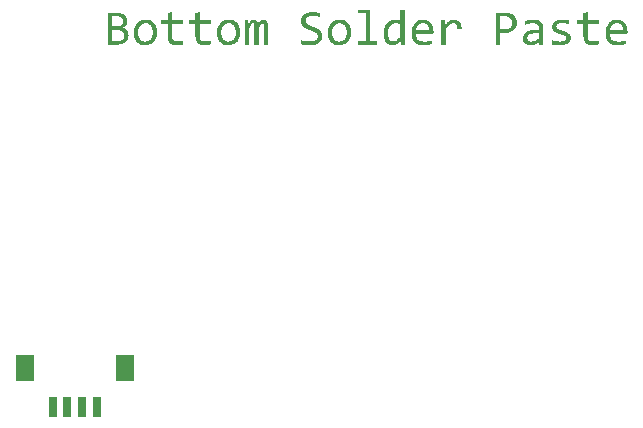
<source format=gbp>
G04*
G04 #@! TF.GenerationSoftware,Altium Limited,Altium Designer,19.1.7 (138)*
G04*
G04 Layer_Color=128*
%FSLAX25Y25*%
%MOIN*%
G70*
G01*
G75*
%ADD30R,0.06299X0.08661*%
%ADD31R,0.02756X0.07087*%
G36*
X37544Y260425D02*
X37763Y260407D01*
X37872D01*
X37963Y260389D01*
X38164Y260371D01*
X38400Y260334D01*
X38455D01*
X38528Y260316D01*
X38601D01*
X38801Y260279D01*
X39038Y260243D01*
X39093D01*
X39166Y260225D01*
X39239Y260207D01*
X39439Y260170D01*
X39639Y260134D01*
Y258822D01*
X39603D01*
X39530Y258858D01*
X39402Y258876D01*
X39239Y258913D01*
X39056Y258949D01*
X38838Y259004D01*
X38364Y259077D01*
X38346D01*
X38255Y259095D01*
X38145Y259113D01*
X37981Y259132D01*
X37799Y259150D01*
X37580Y259168D01*
X37143Y259186D01*
X36943D01*
X36724Y259168D01*
X36451Y259132D01*
X36141Y259077D01*
X35831Y259004D01*
X35558Y258895D01*
X35303Y258749D01*
X35285Y258731D01*
X35212Y258676D01*
X35121Y258585D01*
X35012Y258457D01*
X34902Y258294D01*
X34811Y258093D01*
X34738Y257874D01*
X34720Y257619D01*
Y257601D01*
Y257546D01*
X34738Y257474D01*
X34756Y257364D01*
X34829Y257127D01*
X34884Y257000D01*
X34957Y256872D01*
X34975Y256854D01*
X34993Y256818D01*
X35048Y256763D01*
X35121Y256690D01*
X35321Y256508D01*
X35576Y256308D01*
X35594Y256289D01*
X35649Y256271D01*
X35722Y256216D01*
X35850Y256162D01*
X35977Y256089D01*
X36123Y256016D01*
X36487Y255870D01*
X36505D01*
X36578Y255834D01*
X36669Y255797D01*
X36815Y255743D01*
X36961Y255688D01*
X37125Y255615D01*
X37508Y255451D01*
X37526D01*
X37599Y255415D01*
X37708Y255378D01*
X37836Y255324D01*
X38000Y255251D01*
X38164Y255178D01*
X38546Y254996D01*
X38564Y254977D01*
X38637Y254959D01*
X38728Y254905D01*
X38856Y254832D01*
X39147Y254631D01*
X39439Y254394D01*
X39457Y254376D01*
X39512Y254340D01*
X39585Y254267D01*
X39676Y254158D01*
X39767Y254048D01*
X39876Y253903D01*
X40077Y253574D01*
X40095Y253556D01*
X40113Y253483D01*
X40150Y253392D01*
X40204Y253265D01*
X40259Y253101D01*
X40295Y252900D01*
X40314Y252700D01*
X40332Y252463D01*
Y252427D01*
Y252336D01*
X40314Y252190D01*
X40295Y252008D01*
X40259Y251807D01*
X40186Y251570D01*
X40113Y251333D01*
X40004Y251115D01*
X39986Y251097D01*
X39949Y251024D01*
X39876Y250914D01*
X39785Y250787D01*
X39658Y250641D01*
X39512Y250477D01*
X39330Y250313D01*
X39129Y250167D01*
X39111Y250149D01*
X39038Y250113D01*
X38911Y250040D01*
X38765Y249949D01*
X38564Y249858D01*
X38346Y249767D01*
X38091Y249675D01*
X37799Y249603D01*
X37763D01*
X37672Y249566D01*
X37508Y249548D01*
X37289Y249512D01*
X37034Y249475D01*
X36742Y249457D01*
X36414Y249420D01*
X35813D01*
X35667Y249439D01*
X35540D01*
X35212Y249457D01*
X35139D01*
X35066Y249475D01*
X34957D01*
X34702Y249512D01*
X34410Y249548D01*
X34337D01*
X34264Y249566D01*
X34173D01*
X33937Y249603D01*
X33681Y249639D01*
X33663D01*
X33627Y249657D01*
X33554Y249675D01*
X33481Y249694D01*
X33281Y249748D01*
X33062Y249803D01*
Y251206D01*
X33098Y251188D01*
X33171Y251169D01*
X33299Y251133D01*
X33463Y251078D01*
X33663Y251006D01*
X33900Y250951D01*
X34155Y250896D01*
X34429Y250841D01*
X34465D01*
X34556Y250823D01*
X34720Y250805D01*
X34939Y250787D01*
X35194Y250750D01*
X35485Y250732D01*
X35813Y250714D01*
X36433D01*
X36597Y250732D01*
X36779D01*
X36979Y250769D01*
X37180Y250787D01*
X37380Y250823D01*
X37398D01*
X37471Y250841D01*
X37544Y250878D01*
X37672Y250896D01*
X37927Y251006D01*
X38182Y251133D01*
X38200Y251151D01*
X38236Y251169D01*
X38291Y251224D01*
X38364Y251279D01*
X38528Y251443D01*
X38655Y251661D01*
Y251680D01*
X38674Y251716D01*
X38710Y251789D01*
X38728Y251880D01*
X38765Y251989D01*
X38783Y252117D01*
X38801Y252390D01*
Y252408D01*
Y252463D01*
X38783Y252536D01*
X38765Y252645D01*
X38692Y252882D01*
X38637Y252992D01*
X38546Y253119D01*
X38528Y253137D01*
X38510Y253174D01*
X38455Y253228D01*
X38382Y253301D01*
X38291Y253392D01*
X38182Y253483D01*
X37909Y253666D01*
X37890Y253684D01*
X37836Y253702D01*
X37763Y253757D01*
X37653Y253811D01*
X37526Y253884D01*
X37380Y253957D01*
X37016Y254121D01*
X36998Y254139D01*
X36925Y254158D01*
X36834Y254194D01*
X36688Y254249D01*
X36542Y254303D01*
X36360Y254376D01*
X35977Y254522D01*
X35959Y254540D01*
X35886Y254558D01*
X35795Y254613D01*
X35667Y254668D01*
X35503Y254741D01*
X35339Y254814D01*
X34957Y254996D01*
X34939Y255014D01*
X34866Y255050D01*
X34775Y255087D01*
X34647Y255160D01*
X34520Y255251D01*
X34356Y255342D01*
X34046Y255579D01*
X34028Y255597D01*
X33991Y255633D01*
X33918Y255706D01*
X33827Y255816D01*
X33736Y255925D01*
X33627Y256071D01*
X33426Y256380D01*
X33408Y256399D01*
X33390Y256471D01*
X33353Y256563D01*
X33317Y256690D01*
X33262Y256854D01*
X33226Y257036D01*
X33208Y257255D01*
X33189Y257474D01*
Y257492D01*
Y257565D01*
X33208Y257674D01*
X33226Y257820D01*
X33244Y257984D01*
X33281Y258166D01*
X33335Y258366D01*
X33408Y258567D01*
X33426Y258585D01*
X33445Y258658D01*
X33518Y258749D01*
X33590Y258876D01*
X33681Y259022D01*
X33809Y259186D01*
X33955Y259350D01*
X34119Y259514D01*
X34137Y259532D01*
X34210Y259587D01*
X34319Y259660D01*
X34465Y259751D01*
X34629Y259860D01*
X34848Y259970D01*
X35084Y260079D01*
X35358Y260188D01*
X35394Y260207D01*
X35503Y260225D01*
X35649Y260261D01*
X35868Y260316D01*
X36141Y260371D01*
X36451Y260407D01*
X36797Y260425D01*
X37180Y260443D01*
X37362D01*
X37544Y260425D01*
D02*
G37*
G36*
X67753Y249566D02*
X66459D01*
X66405Y251115D01*
Y251097D01*
X66386Y251078D01*
X66295Y250969D01*
X66186Y250823D01*
X66022Y250623D01*
X65821Y250423D01*
X65603Y250204D01*
X65366Y250003D01*
X65111Y249821D01*
X65074Y249803D01*
X64983Y249767D01*
X64856Y249694D01*
X64655Y249621D01*
X64437Y249548D01*
X64182Y249475D01*
X63908Y249439D01*
X63599Y249420D01*
X63489D01*
X63344Y249439D01*
X63180Y249457D01*
X62997Y249493D01*
X62779Y249548D01*
X62578Y249621D01*
X62360Y249712D01*
X62341Y249730D01*
X62269Y249767D01*
X62177Y249839D01*
X62050Y249931D01*
X61904Y250040D01*
X61759Y250186D01*
X61613Y250350D01*
X61467Y250532D01*
X61449Y250550D01*
X61412Y250623D01*
X61339Y250750D01*
X61266Y250896D01*
X61175Y251097D01*
X61084Y251315D01*
X60993Y251552D01*
X60920Y251825D01*
Y251862D01*
X60902Y251953D01*
X60866Y252117D01*
X60848Y252317D01*
X60811Y252572D01*
X60775Y252864D01*
X60756Y253174D01*
Y253502D01*
Y253520D01*
Y253556D01*
Y253611D01*
Y253684D01*
X60775Y253866D01*
X60793Y254121D01*
X60829Y254413D01*
X60866Y254722D01*
X60939Y255050D01*
X61030Y255360D01*
Y255378D01*
X61048Y255397D01*
X61084Y255506D01*
X61157Y255652D01*
X61248Y255834D01*
X61358Y256052D01*
X61503Y256289D01*
X61667Y256526D01*
X61850Y256745D01*
X61868Y256763D01*
X61941Y256836D01*
X62050Y256945D01*
X62214Y257073D01*
X62396Y257200D01*
X62615Y257346D01*
X62852Y257474D01*
X63125Y257601D01*
X63161Y257619D01*
X63253Y257656D01*
X63416Y257692D01*
X63617Y257747D01*
X63854Y257802D01*
X64145Y257856D01*
X64455Y257874D01*
X64783Y257893D01*
X65020D01*
X65275Y257874D01*
X65548Y257838D01*
X65566D01*
X65621Y257820D01*
X65694D01*
X65785Y257802D01*
X66040Y257747D01*
X66313Y257674D01*
Y261154D01*
X67753D01*
Y249566D01*
D02*
G37*
G36*
X120737Y257929D02*
X120919D01*
X121338Y257893D01*
X121356D01*
X121447Y257874D01*
X121556D01*
X121721Y257856D01*
X121903Y257820D01*
X122103Y257802D01*
X122340Y257747D01*
X122577Y257711D01*
Y256435D01*
X122540D01*
X122468Y256471D01*
X122340Y256490D01*
X122158Y256526D01*
X121976Y256563D01*
X121757Y256599D01*
X121301Y256672D01*
X121283D01*
X121192Y256690D01*
X121083Y256708D01*
X120937Y256727D01*
X120773D01*
X120609Y256745D01*
X120245Y256763D01*
X120062D01*
X119935Y256745D01*
X119643Y256727D01*
X119352Y256672D01*
X119334D01*
X119297Y256654D01*
X119224Y256635D01*
X119133Y256617D01*
X118951Y256526D01*
X118751Y256435D01*
X118714Y256417D01*
X118623Y256344D01*
X118532Y256235D01*
X118441Y256107D01*
X118423Y256071D01*
X118404Y255980D01*
X118368Y255852D01*
X118350Y255688D01*
Y255670D01*
Y255652D01*
X118368Y255560D01*
X118386Y255433D01*
X118423Y255287D01*
X118441Y255251D01*
X118496Y255178D01*
X118605Y255069D01*
X118751Y254941D01*
X118769D01*
X118787Y254905D01*
X118842Y254886D01*
X118915Y254832D01*
X119024Y254777D01*
X119133Y254722D01*
X119261Y254668D01*
X119406Y254595D01*
X119425D01*
X119479Y254558D01*
X119571Y254540D01*
X119698Y254486D01*
X119862Y254431D01*
X120044Y254376D01*
X120245Y254322D01*
X120482Y254249D01*
X120518Y254230D01*
X120609Y254212D01*
X120737Y254176D01*
X120919Y254103D01*
X121119Y254048D01*
X121320Y253957D01*
X121520Y253884D01*
X121721Y253793D01*
X121739Y253775D01*
X121812Y253757D01*
X121885Y253702D01*
X122012Y253647D01*
X122267Y253465D01*
X122522Y253265D01*
X122540Y253247D01*
X122577Y253210D01*
X122632Y253155D01*
X122704Y253083D01*
X122850Y252882D01*
X122923Y252755D01*
X122978Y252627D01*
Y252609D01*
X122996Y252572D01*
X123032Y252481D01*
X123050Y252390D01*
X123087Y252263D01*
X123105Y252135D01*
X123123Y251807D01*
Y251789D01*
Y251734D01*
Y251643D01*
X123105Y251552D01*
X123050Y251297D01*
X122959Y251024D01*
Y251006D01*
X122941Y250969D01*
X122905Y250896D01*
X122850Y250823D01*
X122723Y250623D01*
X122559Y250404D01*
X122540Y250386D01*
X122522Y250368D01*
X122468Y250313D01*
X122395Y250258D01*
X122194Y250113D01*
X121957Y249949D01*
X121939D01*
X121903Y249912D01*
X121830Y249894D01*
X121739Y249839D01*
X121520Y249748D01*
X121247Y249657D01*
X121229D01*
X121192Y249639D01*
X121101Y249621D01*
X121010Y249603D01*
X120901Y249566D01*
X120755Y249548D01*
X120463Y249493D01*
X120445D01*
X120390Y249475D01*
X120318D01*
X120208Y249457D01*
X119971Y249439D01*
X119680Y249420D01*
X119370D01*
X119170Y249439D01*
X118933D01*
X118678Y249457D01*
X118131Y249493D01*
X118095D01*
X118022Y249512D01*
X117876Y249530D01*
X117712Y249548D01*
X117493Y249584D01*
X117275Y249621D01*
X116783Y249730D01*
Y251042D01*
X116819D01*
X116910Y251006D01*
X117038Y250969D01*
X117220Y250914D01*
X117439Y250860D01*
X117676Y250805D01*
X118204Y250714D01*
X118240D01*
X118332Y250696D01*
X118459Y250678D01*
X118641D01*
X118860Y250659D01*
X119097Y250641D01*
X119625Y250623D01*
X119789D01*
X119971Y250641D01*
X120190Y250659D01*
X120445Y250696D01*
X120700Y250732D01*
X120937Y250805D01*
X121137Y250896D01*
X121156Y250914D01*
X121210Y250951D01*
X121301Y251006D01*
X121393Y251097D01*
X121484Y251206D01*
X121575Y251352D01*
X121629Y251516D01*
X121648Y251698D01*
Y251716D01*
Y251734D01*
X121629Y251825D01*
X121611Y251953D01*
X121556Y252080D01*
X121538Y252117D01*
X121502Y252190D01*
X121411Y252299D01*
X121265Y252427D01*
X121229Y252463D01*
X121174Y252481D01*
X121119Y252536D01*
X121028Y252572D01*
X120919Y252627D01*
X120773Y252700D01*
X120627Y252755D01*
X120609D01*
X120554Y252791D01*
X120463Y252828D01*
X120318Y252882D01*
X120154Y252937D01*
X119953Y253010D01*
X119735Y253083D01*
X119461Y253155D01*
X119443D01*
X119370Y253192D01*
X119261Y253210D01*
X119133Y253265D01*
X118969Y253320D01*
X118805Y253374D01*
X118441Y253520D01*
X118423Y253538D01*
X118368Y253556D01*
X118277Y253611D01*
X118168Y253666D01*
X117894Y253811D01*
X117621Y254012D01*
X117603Y254030D01*
X117566Y254066D01*
X117493Y254121D01*
X117421Y254212D01*
X117238Y254413D01*
X117074Y254686D01*
Y254704D01*
X117038Y254759D01*
X117020Y254832D01*
X116983Y254941D01*
X116947Y255069D01*
X116929Y255233D01*
X116892Y255415D01*
Y255597D01*
Y255615D01*
Y255652D01*
Y255725D01*
X116910Y255816D01*
X116929Y255925D01*
X116947Y256052D01*
X117038Y256344D01*
Y256362D01*
X117074Y256417D01*
X117111Y256490D01*
X117166Y256599D01*
X117238Y256708D01*
X117330Y256836D01*
X117457Y256982D01*
X117585Y257109D01*
X117603Y257127D01*
X117657Y257164D01*
X117748Y257237D01*
X117858Y257328D01*
X118004Y257419D01*
X118186Y257510D01*
X118386Y257619D01*
X118623Y257711D01*
X118659Y257729D01*
X118751Y257747D01*
X118878Y257783D01*
X119079Y257838D01*
X119316Y257874D01*
X119589Y257911D01*
X119917Y257929D01*
X120263Y257947D01*
X120591D01*
X120737Y257929D01*
D02*
G37*
G36*
X84406Y257929D02*
X84497D01*
X84625Y257911D01*
X84916Y257838D01*
X85226Y257747D01*
X85536Y257601D01*
X85845Y257382D01*
X85991Y257255D01*
X86119Y257109D01*
X86155Y257073D01*
X86173Y257018D01*
X86228Y256963D01*
X86264Y256872D01*
X86319Y256763D01*
X86392Y256635D01*
X86447Y256490D01*
X86501Y256326D01*
X86556Y256162D01*
X86611Y255961D01*
X86665Y255743D01*
X86702Y255488D01*
X86720Y255233D01*
X86738Y254959D01*
Y254668D01*
X85299D01*
Y254686D01*
Y254722D01*
Y254777D01*
Y254850D01*
X85281Y255032D01*
X85262Y255251D01*
X85226Y255506D01*
X85171Y255761D01*
X85080Y256016D01*
X84971Y256216D01*
X84952Y256235D01*
X84916Y256289D01*
X84825Y256380D01*
X84716Y256471D01*
X84570Y256544D01*
X84406Y256635D01*
X84206Y256690D01*
X83969Y256708D01*
X83859D01*
X83805Y256690D01*
X83622Y256672D01*
X83404Y256599D01*
X83386D01*
X83349Y256581D01*
X83294Y256563D01*
X83222Y256526D01*
X83021Y256417D01*
X82803Y256271D01*
X82784Y256253D01*
X82748Y256235D01*
X82693Y256180D01*
X82602Y256125D01*
X82402Y255925D01*
X82147Y255688D01*
X82128Y255670D01*
X82092Y255633D01*
X82019Y255560D01*
X81928Y255451D01*
X81819Y255324D01*
X81691Y255196D01*
X81564Y255032D01*
X81418Y254850D01*
Y249566D01*
X79979D01*
Y257802D01*
X81272D01*
X81309Y256271D01*
Y256289D01*
X81345Y256308D01*
X81436Y256417D01*
X81582Y256563D01*
X81764Y256763D01*
X81983Y256963D01*
X82219Y257182D01*
X82475Y257382D01*
X82748Y257546D01*
X82784Y257565D01*
X82876Y257601D01*
X83003Y257674D01*
X83203Y257747D01*
X83404Y257820D01*
X83659Y257893D01*
X83914Y257929D01*
X84187Y257947D01*
X84315D01*
X84406Y257929D01*
D02*
G37*
G36*
X20855Y257929D02*
X20946Y257911D01*
X21073Y257874D01*
X21201Y257820D01*
X21347Y257747D01*
X21492Y257656D01*
X21638Y257528D01*
X21784Y257364D01*
X21911Y257164D01*
X22039Y256945D01*
X22130Y256672D01*
X22203Y256344D01*
X22257Y255980D01*
X22276Y255560D01*
Y249566D01*
X20855D01*
Y255469D01*
Y255488D01*
Y255542D01*
Y255597D01*
Y255688D01*
X20836Y255889D01*
X20818Y256089D01*
Y256107D01*
Y256125D01*
X20800Y256235D01*
X20782Y256362D01*
X20727Y256490D01*
X20709Y256508D01*
X20691Y256563D01*
X20636Y256635D01*
X20581Y256690D01*
X20563Y256708D01*
X20527Y256727D01*
X20454Y256745D01*
X20363Y256763D01*
X20344D01*
X20271Y256745D01*
X20180Y256727D01*
X20071Y256654D01*
X20053Y256635D01*
X19998Y256581D01*
X19907Y256471D01*
X19798Y256326D01*
Y256308D01*
X19780Y256289D01*
X19743Y256235D01*
X19707Y256180D01*
X19597Y255980D01*
X19470Y255743D01*
Y255725D01*
X19433Y255670D01*
X19397Y255597D01*
X19342Y255488D01*
X19288Y255360D01*
X19215Y255214D01*
X19142Y255032D01*
X19051Y254850D01*
Y249566D01*
X17630D01*
Y255324D01*
Y255342D01*
Y255397D01*
Y255469D01*
Y255579D01*
X17611Y255816D01*
X17593Y256034D01*
Y256052D01*
Y256089D01*
X17575Y256198D01*
X17557Y256344D01*
X17502Y256471D01*
X17484Y256490D01*
X17466Y256563D01*
X17411Y256635D01*
X17356Y256690D01*
X17338Y256708D01*
X17302Y256727D01*
X17229Y256745D01*
X17138Y256763D01*
X17120D01*
X17047Y256745D01*
X16955Y256727D01*
X16864Y256672D01*
X16846Y256654D01*
X16792Y256599D01*
X16700Y256508D01*
X16591Y256362D01*
X16573Y256326D01*
X16500Y256216D01*
X16391Y256034D01*
X16263Y255797D01*
Y255779D01*
X16227Y255725D01*
X16190Y255652D01*
X16136Y255542D01*
X16081Y255415D01*
X16008Y255251D01*
X15917Y255050D01*
X15826Y254850D01*
Y249566D01*
X14405D01*
Y257802D01*
X15571D01*
X15644Y256235D01*
X15662Y256253D01*
X15680Y256308D01*
X15717Y256399D01*
X15771Y256508D01*
X15917Y256763D01*
X16063Y257018D01*
X16081Y257036D01*
X16099Y257073D01*
X16136Y257127D01*
X16190Y257200D01*
X16318Y257382D01*
X16482Y257546D01*
X16500Y257565D01*
X16518Y257583D01*
X16627Y257656D01*
X16773Y257747D01*
X16937Y257838D01*
X16955D01*
X16974Y257856D01*
X17101Y257893D01*
X17265Y257929D01*
X17466Y257947D01*
X17575D01*
X17703Y257929D01*
X17848Y257893D01*
X18012Y257838D01*
X18176Y257765D01*
X18340Y257656D01*
X18486Y257510D01*
X18504Y257492D01*
X18541Y257437D01*
X18595Y257328D01*
X18668Y257182D01*
X18723Y256982D01*
X18778Y256763D01*
X18814Y256490D01*
X18832Y256162D01*
X18850Y256180D01*
X18869Y256235D01*
X18905Y256308D01*
X18960Y256417D01*
X19087Y256654D01*
X19215Y256909D01*
Y256927D01*
X19251Y256963D01*
X19288Y257036D01*
X19342Y257109D01*
X19470Y257291D01*
X19616Y257474D01*
X19634Y257492D01*
X19652Y257510D01*
X19761Y257601D01*
X19907Y257711D01*
X20089Y257820D01*
X20108D01*
X20144Y257838D01*
X20199Y257856D01*
X20271Y257893D01*
X20472Y257929D01*
X20709Y257947D01*
X20782D01*
X20855Y257929D01*
D02*
G37*
G36*
X111171Y257929D02*
X111372Y257911D01*
X111608Y257874D01*
X112064Y257783D01*
X112082D01*
X112173Y257747D01*
X112283Y257711D01*
X112410Y257656D01*
X112574Y257583D01*
X112738Y257492D01*
X112902Y257401D01*
X113066Y257273D01*
X113084Y257255D01*
X113139Y257219D01*
X113212Y257146D01*
X113303Y257055D01*
X113412Y256927D01*
X113522Y256781D01*
X113613Y256617D01*
X113704Y256435D01*
X113722Y256417D01*
X113740Y256344D01*
X113777Y256235D01*
X113831Y256089D01*
X113868Y255925D01*
X113904Y255706D01*
X113922Y255488D01*
X113941Y255233D01*
Y249566D01*
X112647D01*
X112610Y250659D01*
X112574Y250623D01*
X112501Y250550D01*
X112355Y250441D01*
X112191Y250295D01*
X111973Y250149D01*
X111754Y249985D01*
X111499Y249839D01*
X111244Y249712D01*
X111207Y249694D01*
X111117Y249675D01*
X110989Y249621D01*
X110807Y249566D01*
X110588Y249512D01*
X110333Y249475D01*
X110078Y249439D01*
X109786Y249420D01*
X109677D01*
X109549Y249439D01*
X109386D01*
X109185Y249457D01*
X108985Y249493D01*
X108584Y249584D01*
X108566D01*
X108511Y249621D01*
X108420Y249657D01*
X108292Y249712D01*
X108037Y249876D01*
X107764Y250076D01*
X107746Y250095D01*
X107709Y250131D01*
X107655Y250204D01*
X107582Y250295D01*
X107509Y250404D01*
X107418Y250532D01*
X107290Y250823D01*
Y250841D01*
X107272Y250896D01*
X107254Y250987D01*
X107217Y251097D01*
X107199Y251242D01*
X107163Y251406D01*
X107144Y251752D01*
Y251771D01*
Y251807D01*
Y251880D01*
X107163Y251953D01*
X107181Y252062D01*
X107199Y252190D01*
X107254Y252463D01*
X107363Y252773D01*
X107527Y253101D01*
X107636Y253265D01*
X107764Y253411D01*
X107891Y253556D01*
X108055Y253702D01*
X108074D01*
X108092Y253738D01*
X108147Y253775D01*
X108238Y253811D01*
X108329Y253866D01*
X108438Y253921D01*
X108584Y253994D01*
X108748Y254066D01*
X108930Y254121D01*
X109131Y254194D01*
X109349Y254249D01*
X109604Y254303D01*
X109859Y254340D01*
X110151Y254376D01*
X110460Y254413D01*
X112501Y254413D01*
Y255123D01*
Y255160D01*
Y255251D01*
X112483Y255378D01*
X112446Y255542D01*
X112392Y255725D01*
X112301Y255925D01*
X112191Y256107D01*
X112027Y256289D01*
X112009Y256308D01*
X111936Y256362D01*
X111827Y256435D01*
X111681Y256508D01*
X111481Y256581D01*
X111226Y256654D01*
X110934Y256708D01*
X110606Y256727D01*
X110351D01*
X110169Y256708D01*
X109950Y256690D01*
X109732Y256654D01*
X109222Y256563D01*
X109185D01*
X109112Y256526D01*
X108967Y256490D01*
X108802Y256453D01*
X108584Y256380D01*
X108347Y256308D01*
X108092Y256216D01*
X107837Y256125D01*
Y257419D01*
X107855D01*
X107891Y257437D01*
X107928Y257455D01*
X108001Y257474D01*
X108183Y257528D01*
X108420Y257601D01*
X108438D01*
X108475Y257619D01*
X108547Y257638D01*
X108639Y257656D01*
X108875Y257711D01*
X109131Y257765D01*
X109149D01*
X109203Y257783D01*
X109276Y257802D01*
X109367Y257820D01*
X109477Y257838D01*
X109604Y257856D01*
X109896Y257893D01*
X109914D01*
X109969Y257911D01*
X110041D01*
X110151Y257929D01*
X110278D01*
X110406Y257947D01*
X110989D01*
X111171Y257929D01*
D02*
G37*
G36*
X101606Y260261D02*
X101842Y260243D01*
X102098Y260207D01*
X102644Y260097D01*
X102681D01*
X102772Y260061D01*
X102899Y260024D01*
X103081Y259951D01*
X103282Y259879D01*
X103482Y259769D01*
X103701Y259660D01*
X103920Y259514D01*
X103938Y259496D01*
X104011Y259441D01*
X104120Y259368D01*
X104247Y259241D01*
X104393Y259095D01*
X104539Y258931D01*
X104685Y258731D01*
X104812Y258512D01*
X104831Y258476D01*
X104867Y258403D01*
X104922Y258275D01*
X104976Y258093D01*
X105031Y257874D01*
X105086Y257619D01*
X105122Y257328D01*
X105140Y257000D01*
Y256963D01*
Y256891D01*
X105122Y256763D01*
X105104Y256599D01*
X105086Y256399D01*
X105031Y256162D01*
X104976Y255925D01*
X104885Y255688D01*
X104867Y255652D01*
X104849Y255579D01*
X104776Y255451D01*
X104703Y255305D01*
X104594Y255123D01*
X104466Y254941D01*
X104302Y254741D01*
X104120Y254540D01*
X104102Y254522D01*
X104029Y254449D01*
X103920Y254358D01*
X103774Y254249D01*
X103573Y254121D01*
X103355Y253975D01*
X103100Y253848D01*
X102808Y253720D01*
X102772Y253702D01*
X102662Y253666D01*
X102498Y253629D01*
X102261Y253574D01*
X101988Y253502D01*
X101660Y253465D01*
X101278Y253429D01*
X100877Y253411D01*
X99565D01*
Y249566D01*
X98107D01*
Y260279D01*
X101405D01*
X101606Y260261D01*
D02*
G37*
G36*
X56165Y250750D02*
X58625D01*
Y249566D01*
X52029Y249566D01*
Y250750D01*
X54725Y250750D01*
Y259988D01*
X52302Y259988D01*
Y261154D01*
X56165Y261154D01*
Y250750D01*
D02*
G37*
G36*
X-27866Y260261D02*
X-27647Y260243D01*
X-27374Y260207D01*
X-27082Y260134D01*
X-26754Y260061D01*
X-26426Y259951D01*
X-26098Y259824D01*
X-25770Y259642D01*
X-25479Y259441D01*
X-25206Y259186D01*
X-24987Y258876D01*
X-24805Y258530D01*
X-24695Y258130D01*
X-24677Y257911D01*
X-24659Y257674D01*
Y257656D01*
Y257638D01*
Y257528D01*
X-24677Y257364D01*
X-24714Y257164D01*
X-24768Y256927D01*
X-24841Y256672D01*
X-24932Y256417D01*
X-25078Y256180D01*
X-25096Y256162D01*
X-25151Y256071D01*
X-25260Y255961D01*
X-25388Y255834D01*
X-25570Y255688D01*
X-25807Y255524D01*
X-26080Y255378D01*
X-26408Y255251D01*
X-26390D01*
X-26335Y255233D01*
X-26244Y255214D01*
X-26135Y255196D01*
X-25880Y255105D01*
X-25588Y254977D01*
X-25570D01*
X-25515Y254941D01*
X-25442Y254905D01*
X-25351Y254832D01*
X-25133Y254686D01*
X-24914Y254467D01*
X-24896Y254449D01*
X-24859Y254413D01*
X-24805Y254340D01*
X-24750Y254267D01*
X-24677Y254158D01*
X-24604Y254030D01*
X-24459Y253720D01*
Y253702D01*
X-24422Y253647D01*
X-24404Y253556D01*
X-24367Y253447D01*
X-24331Y253301D01*
X-24313Y253137D01*
X-24276Y252773D01*
Y252736D01*
Y252645D01*
X-24295Y252500D01*
X-24313Y252299D01*
X-24349Y252099D01*
X-24404Y251862D01*
X-24477Y251625D01*
X-24586Y251388D01*
X-24604Y251370D01*
X-24641Y251297D01*
X-24714Y251188D01*
X-24805Y251042D01*
X-24914Y250896D01*
X-25060Y250714D01*
X-25224Y250550D01*
X-25424Y250386D01*
X-25442Y250368D01*
X-25515Y250313D01*
X-25643Y250240D01*
X-25789Y250167D01*
X-25989Y250058D01*
X-26208Y249949D01*
X-26463Y249858D01*
X-26754Y249766D01*
X-26791D01*
X-26882Y249730D01*
X-27046Y249712D01*
X-27246Y249675D01*
X-27501Y249639D01*
X-27793Y249603D01*
X-28121Y249584D01*
X-28467Y249566D01*
X-31218D01*
Y260279D01*
X-28048D01*
X-27866Y260261D01*
D02*
G37*
G36*
X128753Y257802D02*
X132470D01*
Y256599D01*
X128753D01*
Y252409D01*
Y252390D01*
Y252372D01*
Y252263D01*
X128772Y252117D01*
X128808Y251917D01*
X128863Y251698D01*
X128954Y251479D01*
X129063Y251279D01*
X129227Y251097D01*
X129245Y251078D01*
X129318Y251024D01*
X129428Y250951D01*
X129573Y250878D01*
X129774Y250805D01*
X130011Y250732D01*
X130284Y250678D01*
X130612Y250659D01*
X130867D01*
X130994Y250678D01*
X131158D01*
X131486Y250714D01*
X131505D01*
X131578Y250732D01*
X131669D01*
X131796Y250769D01*
X131942Y250787D01*
X132106Y250823D01*
X132470Y250914D01*
Y249675D01*
X132452D01*
X132379Y249657D01*
X132288Y249639D01*
X132160Y249621D01*
X131997Y249584D01*
X131833Y249566D01*
X131450Y249512D01*
X131359D01*
X131268Y249493D01*
X131122D01*
X130976Y249475D01*
X130794D01*
X130411Y249457D01*
X130266D01*
X130156Y249475D01*
X130029D01*
X129883Y249493D01*
X129537Y249548D01*
X129173Y249621D01*
X128790Y249748D01*
X128426Y249912D01*
X128243Y250022D01*
X128097Y250149D01*
X128061Y250186D01*
X127970Y250277D01*
X127861Y250441D01*
X127715Y250678D01*
X127569Y250987D01*
X127460Y251352D01*
X127369Y251789D01*
X127332Y252299D01*
Y256599D01*
X125037D01*
Y257802D01*
X127332D01*
Y260061D01*
X128753Y260443D01*
Y257802D01*
D02*
G37*
G36*
X-572Y257802D02*
X3145D01*
Y256599D01*
X-572D01*
Y252408D01*
Y252390D01*
Y252372D01*
Y252263D01*
X-554Y252117D01*
X-518Y251917D01*
X-463Y251698D01*
X-372Y251479D01*
X-262Y251279D01*
X-98Y251097D01*
X-80Y251078D01*
X-7Y251024D01*
X102Y250951D01*
X248Y250878D01*
X448Y250805D01*
X685Y250732D01*
X958Y250678D01*
X1286Y250659D01*
X1541D01*
X1669Y250678D01*
X1833D01*
X2161Y250714D01*
X2179D01*
X2252Y250732D01*
X2343D01*
X2471Y250769D01*
X2616Y250787D01*
X2780Y250823D01*
X3145Y250914D01*
Y249675D01*
X3127D01*
X3054Y249657D01*
X2963Y249639D01*
X2835Y249621D01*
X2671Y249584D01*
X2507Y249566D01*
X2124Y249512D01*
X2033D01*
X1942Y249493D01*
X1797D01*
X1651Y249475D01*
X1469D01*
X1086Y249457D01*
X940D01*
X831Y249475D01*
X703D01*
X557Y249493D01*
X211Y249548D01*
X-153Y249621D01*
X-536Y249748D01*
X-900Y249912D01*
X-1082Y250022D01*
X-1228Y250149D01*
X-1264Y250186D01*
X-1356Y250277D01*
X-1465Y250441D01*
X-1611Y250678D01*
X-1756Y250987D01*
X-1866Y251352D01*
X-1957Y251789D01*
X-1993Y252299D01*
Y256599D01*
X-4289Y256599D01*
Y257802D01*
X-1993Y257802D01*
Y260061D01*
X-572Y260443D01*
Y257802D01*
D02*
G37*
G36*
X-9810Y257802D02*
X-6093D01*
Y256599D01*
X-9810D01*
Y252408D01*
Y252390D01*
Y252372D01*
Y252263D01*
X-9792Y252117D01*
X-9755Y251917D01*
X-9700Y251698D01*
X-9609Y251479D01*
X-9500Y251279D01*
X-9336Y251097D01*
X-9318Y251078D01*
X-9245Y251024D01*
X-9136Y250951D01*
X-8990Y250878D01*
X-8789Y250805D01*
X-8552Y250732D01*
X-8279Y250677D01*
X-7951Y250659D01*
X-7696D01*
X-7569Y250677D01*
X-7405D01*
X-7077Y250714D01*
X-7058D01*
X-6986Y250732D01*
X-6894D01*
X-6767Y250769D01*
X-6621Y250787D01*
X-6457Y250823D01*
X-6093Y250914D01*
Y249675D01*
X-6111D01*
X-6184Y249657D01*
X-6275Y249639D01*
X-6402Y249621D01*
X-6566Y249584D01*
X-6730Y249566D01*
X-7113Y249512D01*
X-7204D01*
X-7295Y249493D01*
X-7441D01*
X-7587Y249475D01*
X-7769D01*
X-8152Y249457D01*
X-8297D01*
X-8407Y249475D01*
X-8534D01*
X-8680Y249493D01*
X-9026Y249548D01*
X-9391Y249621D01*
X-9773Y249748D01*
X-10138Y249912D01*
X-10320Y250022D01*
X-10466Y250149D01*
X-10502Y250186D01*
X-10593Y250277D01*
X-10702Y250441D01*
X-10848Y250677D01*
X-10994Y250987D01*
X-11103Y251352D01*
X-11194Y251789D01*
X-11231Y252299D01*
Y256599D01*
X-13527D01*
Y257802D01*
X-11231D01*
Y260061D01*
X-9810Y260443D01*
Y257802D01*
D02*
G37*
G36*
X138774Y257929D02*
X138975Y257911D01*
X139212Y257874D01*
X139467Y257838D01*
X139722Y257765D01*
X139977Y257674D01*
X140013Y257656D01*
X140086Y257619D01*
X140214Y257565D01*
X140378Y257474D01*
X140542Y257364D01*
X140742Y257237D01*
X140924Y257073D01*
X141107Y256891D01*
X141125Y256872D01*
X141179Y256800D01*
X141271Y256690D01*
X141362Y256563D01*
X141471Y256380D01*
X141598Y256180D01*
X141708Y255943D01*
X141799Y255688D01*
X141817Y255652D01*
X141835Y255560D01*
X141872Y255415D01*
X141927Y255233D01*
X141963Y254996D01*
X141999Y254741D01*
X142018Y254449D01*
X142036Y254121D01*
Y254103D01*
Y254066D01*
Y254012D01*
Y253939D01*
Y253775D01*
X142018Y253593D01*
Y253556D01*
Y253465D01*
Y253356D01*
X141999Y253228D01*
X136224D01*
Y253210D01*
Y253174D01*
Y253101D01*
X136242Y253028D01*
Y252919D01*
X136260Y252791D01*
X136315Y252500D01*
X136388Y252190D01*
X136515Y251862D01*
X136679Y251552D01*
X136916Y251279D01*
X136952Y251242D01*
X137043Y251169D01*
X137207Y251060D01*
X137444Y250951D01*
X137736Y250823D01*
X138082Y250714D01*
X138483Y250641D01*
X138957Y250605D01*
X139412D01*
X139667Y250623D01*
X139722D01*
X139795Y250641D01*
X139886D01*
X140123Y250678D01*
X140359Y250696D01*
X140378D01*
X140414Y250714D01*
X140487D01*
X140578Y250732D01*
X140779Y250769D01*
X141016Y250805D01*
X141034D01*
X141070Y250823D01*
X141125Y250842D01*
X141198Y250860D01*
X141398Y250896D01*
X141598Y250951D01*
Y249785D01*
X141580D01*
X141489Y249767D01*
X141380Y249730D01*
X141216Y249694D01*
X141016Y249657D01*
X140797Y249603D01*
X140542Y249566D01*
X140269Y249530D01*
X140232D01*
X140141Y249512D01*
X139995Y249493D01*
X139813Y249475D01*
X139576Y249457D01*
X139321Y249439D01*
X139048Y249420D01*
X138574D01*
X138374Y249439D01*
X138137Y249457D01*
X137845Y249493D01*
X137535Y249530D01*
X137226Y249603D01*
X136934Y249694D01*
X136898Y249712D01*
X136807Y249748D01*
X136661Y249821D01*
X136497Y249912D01*
X136296Y250022D01*
X136078Y250167D01*
X135877Y250331D01*
X135677Y250532D01*
X135659Y250550D01*
X135604Y250623D01*
X135513Y250750D01*
X135404Y250896D01*
X135276Y251097D01*
X135167Y251315D01*
X135039Y251589D01*
X134948Y251862D01*
Y251880D01*
Y251898D01*
X134912Y252008D01*
X134875Y252172D01*
X134839Y252390D01*
X134802Y252663D01*
X134766Y252955D01*
X134748Y253301D01*
X134730Y253666D01*
Y253684D01*
Y253702D01*
Y253811D01*
X134748Y253975D01*
X134766Y254194D01*
X134784Y254431D01*
X134839Y254704D01*
X134894Y254996D01*
X134966Y255287D01*
Y255306D01*
X134985Y255324D01*
X135021Y255415D01*
X135076Y255560D01*
X135149Y255761D01*
X135258Y255961D01*
X135386Y256198D01*
X135531Y256435D01*
X135695Y256654D01*
X135713Y256672D01*
X135786Y256745D01*
X135896Y256854D01*
X136023Y257000D01*
X136205Y257146D01*
X136406Y257310D01*
X136625Y257455D01*
X136880Y257601D01*
X136916Y257619D01*
X137007Y257656D01*
X137153Y257711D01*
X137335Y257783D01*
X137572Y257838D01*
X137845Y257893D01*
X138137Y257929D01*
X138465Y257947D01*
X138610D01*
X138774Y257929D01*
D02*
G37*
G36*
X74112Y257929D02*
X74312Y257911D01*
X74549Y257874D01*
X74804Y257838D01*
X75059Y257765D01*
X75314Y257674D01*
X75351Y257656D01*
X75424Y257619D01*
X75551Y257565D01*
X75715Y257474D01*
X75879Y257364D01*
X76079Y257237D01*
X76262Y257073D01*
X76444Y256891D01*
X76462Y256872D01*
X76517Y256800D01*
X76608Y256690D01*
X76699Y256563D01*
X76808Y256380D01*
X76936Y256180D01*
X77045Y255943D01*
X77136Y255688D01*
X77154Y255652D01*
X77173Y255560D01*
X77209Y255415D01*
X77264Y255233D01*
X77300Y254996D01*
X77337Y254741D01*
X77355Y254449D01*
X77373Y254121D01*
Y254103D01*
Y254066D01*
Y254012D01*
Y253939D01*
Y253775D01*
X77355Y253593D01*
Y253556D01*
Y253465D01*
Y253356D01*
X77337Y253228D01*
X71561D01*
Y253210D01*
Y253174D01*
Y253101D01*
X71579Y253028D01*
Y252919D01*
X71597Y252791D01*
X71652Y252500D01*
X71725Y252190D01*
X71852Y251862D01*
X72016Y251552D01*
X72253Y251279D01*
X72290Y251242D01*
X72381Y251169D01*
X72545Y251060D01*
X72782Y250951D01*
X73073Y250823D01*
X73419Y250714D01*
X73820Y250641D01*
X74294Y250605D01*
X74749D01*
X75004Y250623D01*
X75059D01*
X75132Y250641D01*
X75223D01*
X75460Y250678D01*
X75697Y250696D01*
X75715D01*
X75751Y250714D01*
X75824D01*
X75915Y250732D01*
X76116Y250769D01*
X76353Y250805D01*
X76371D01*
X76407Y250823D01*
X76462Y250841D01*
X76535Y250860D01*
X76735Y250896D01*
X76936Y250951D01*
Y249785D01*
X76917D01*
X76826Y249767D01*
X76717Y249730D01*
X76553Y249694D01*
X76353Y249657D01*
X76134Y249603D01*
X75879Y249566D01*
X75606Y249530D01*
X75569D01*
X75478Y249512D01*
X75332Y249493D01*
X75150Y249475D01*
X74913Y249457D01*
X74658Y249439D01*
X74385Y249420D01*
X73911D01*
X73711Y249439D01*
X73474Y249457D01*
X73182Y249493D01*
X72873Y249530D01*
X72563Y249603D01*
X72271Y249694D01*
X72235Y249712D01*
X72144Y249748D01*
X71998Y249821D01*
X71834Y249912D01*
X71634Y250022D01*
X71415Y250167D01*
X71215Y250331D01*
X71014Y250532D01*
X70996Y250550D01*
X70941Y250623D01*
X70850Y250750D01*
X70741Y250896D01*
X70613Y251097D01*
X70504Y251315D01*
X70376Y251589D01*
X70285Y251862D01*
Y251880D01*
Y251898D01*
X70249Y252008D01*
X70213Y252172D01*
X70176Y252390D01*
X70140Y252663D01*
X70103Y252955D01*
X70085Y253301D01*
X70067Y253666D01*
Y253684D01*
Y253702D01*
Y253811D01*
X70085Y253975D01*
X70103Y254194D01*
X70122Y254431D01*
X70176Y254704D01*
X70231Y254996D01*
X70304Y255287D01*
Y255305D01*
X70322Y255324D01*
X70358Y255415D01*
X70413Y255560D01*
X70486Y255761D01*
X70595Y255961D01*
X70723Y256198D01*
X70868Y256435D01*
X71032Y256654D01*
X71051Y256672D01*
X71124Y256745D01*
X71233Y256854D01*
X71360Y257000D01*
X71543Y257146D01*
X71743Y257310D01*
X71962Y257455D01*
X72217Y257601D01*
X72253Y257619D01*
X72344Y257656D01*
X72490Y257711D01*
X72672Y257783D01*
X72909Y257838D01*
X73182Y257893D01*
X73474Y257929D01*
X73802Y257947D01*
X73948D01*
X74112Y257929D01*
D02*
G37*
G36*
X46399Y257929D02*
X46599Y257911D01*
X46854Y257874D01*
X47110Y257820D01*
X47383Y257747D01*
X47656Y257656D01*
X47693Y257638D01*
X47784Y257601D01*
X47911Y257546D01*
X48075Y257455D01*
X48257Y257346D01*
X48458Y257200D01*
X48658Y257036D01*
X48840Y256854D01*
X48859Y256836D01*
X48913Y256763D01*
X49005Y256654D01*
X49114Y256490D01*
X49241Y256308D01*
X49369Y256071D01*
X49478Y255816D01*
X49588Y255542D01*
X49606Y255506D01*
X49624Y255397D01*
X49679Y255233D01*
X49733Y255032D01*
X49770Y254759D01*
X49824Y254449D01*
X49843Y254103D01*
X49861Y253738D01*
Y253720D01*
Y253702D01*
Y253647D01*
Y253574D01*
X49843Y253392D01*
X49824Y253155D01*
X49788Y252882D01*
X49751Y252591D01*
X49679Y252281D01*
X49588Y251971D01*
X49569Y251935D01*
X49533Y251844D01*
X49478Y251698D01*
X49387Y251516D01*
X49278Y251297D01*
X49150Y251060D01*
X48986Y250823D01*
X48804Y250605D01*
X48786Y250587D01*
X48713Y250514D01*
X48604Y250404D01*
X48458Y250277D01*
X48276Y250149D01*
X48075Y250003D01*
X47820Y249858D01*
X47565Y249730D01*
X47529Y249712D01*
X47438Y249675D01*
X47292Y249639D01*
X47091Y249584D01*
X46836Y249512D01*
X46563Y249475D01*
X46253Y249439D01*
X45907Y249420D01*
X45761D01*
X45579Y249439D01*
X45379Y249457D01*
X45124Y249493D01*
X44850Y249530D01*
X44577Y249603D01*
X44304Y249694D01*
X44267Y249712D01*
X44194Y249748D01*
X44067Y249803D01*
X43903Y249894D01*
X43702Y250003D01*
X43520Y250149D01*
X43320Y250313D01*
X43119Y250495D01*
X43101Y250514D01*
X43047Y250587D01*
X42955Y250696D01*
X42846Y250860D01*
X42737Y251042D01*
X42609Y251279D01*
X42500Y251534D01*
X42391Y251807D01*
Y251825D01*
X42372Y251844D01*
X42354Y251953D01*
X42318Y252117D01*
X42263Y252336D01*
X42208Y252609D01*
X42172Y252919D01*
X42154Y253265D01*
X42136Y253629D01*
Y253647D01*
Y253666D01*
Y253720D01*
Y253793D01*
X42154Y253975D01*
X42172Y254194D01*
X42190Y254467D01*
X42245Y254759D01*
X42300Y255069D01*
X42391Y255360D01*
Y255378D01*
X42409Y255397D01*
X42445Y255488D01*
X42500Y255652D01*
X42591Y255834D01*
X42700Y256052D01*
X42846Y256271D01*
X42992Y256508D01*
X43174Y256727D01*
X43192Y256745D01*
X43265Y256818D01*
X43374Y256927D01*
X43520Y257055D01*
X43702Y257200D01*
X43921Y257346D01*
X44158Y257492D01*
X44413Y257619D01*
X44449Y257638D01*
X44541Y257674D01*
X44686Y257729D01*
X44887Y257783D01*
X45142Y257838D01*
X45415Y257893D01*
X45725Y257929D01*
X46071Y257947D01*
X46217D01*
X46399Y257929D01*
D02*
G37*
G36*
X9449D02*
X9649Y257911D01*
X9904Y257874D01*
X10159Y257820D01*
X10433Y257747D01*
X10706Y257656D01*
X10742Y257638D01*
X10834Y257601D01*
X10961Y257546D01*
X11125Y257455D01*
X11307Y257346D01*
X11508Y257200D01*
X11708Y257036D01*
X11890Y256854D01*
X11908Y256836D01*
X11963Y256763D01*
X12054Y256654D01*
X12164Y256490D01*
X12291Y256308D01*
X12419Y256071D01*
X12528Y255816D01*
X12637Y255542D01*
X12656Y255506D01*
X12674Y255397D01*
X12728Y255233D01*
X12783Y255032D01*
X12820Y254759D01*
X12874Y254449D01*
X12892Y254103D01*
X12911Y253738D01*
Y253720D01*
Y253702D01*
Y253647D01*
Y253574D01*
X12892Y253392D01*
X12874Y253155D01*
X12838Y252882D01*
X12801Y252591D01*
X12728Y252281D01*
X12637Y251971D01*
X12619Y251935D01*
X12583Y251844D01*
X12528Y251698D01*
X12437Y251516D01*
X12328Y251297D01*
X12200Y251060D01*
X12036Y250823D01*
X11854Y250605D01*
X11836Y250587D01*
X11763Y250514D01*
X11654Y250404D01*
X11508Y250277D01*
X11326Y250149D01*
X11125Y250003D01*
X10870Y249858D01*
X10615Y249730D01*
X10578Y249712D01*
X10487Y249675D01*
X10342Y249639D01*
X10141Y249584D01*
X9886Y249512D01*
X9613Y249475D01*
X9303Y249439D01*
X8957Y249420D01*
X8811D01*
X8629Y249439D01*
X8428Y249457D01*
X8173Y249493D01*
X7900Y249530D01*
X7627Y249603D01*
X7354Y249694D01*
X7317Y249712D01*
X7244Y249748D01*
X7117Y249803D01*
X6953Y249894D01*
X6752Y250003D01*
X6570Y250149D01*
X6370Y250313D01*
X6169Y250495D01*
X6151Y250514D01*
X6096Y250587D01*
X6005Y250696D01*
X5896Y250860D01*
X5787Y251042D01*
X5659Y251279D01*
X5550Y251534D01*
X5440Y251807D01*
Y251825D01*
X5422Y251844D01*
X5404Y251953D01*
X5368Y252117D01*
X5313Y252336D01*
X5258Y252609D01*
X5222Y252919D01*
X5204Y253265D01*
X5185Y253629D01*
Y253647D01*
Y253666D01*
Y253720D01*
Y253793D01*
X5204Y253975D01*
X5222Y254194D01*
X5240Y254467D01*
X5295Y254759D01*
X5349Y255069D01*
X5440Y255360D01*
Y255378D01*
X5459Y255397D01*
X5495Y255488D01*
X5550Y255652D01*
X5641Y255834D01*
X5750Y256052D01*
X5896Y256271D01*
X6042Y256508D01*
X6224Y256727D01*
X6242Y256745D01*
X6315Y256818D01*
X6424Y256927D01*
X6570Y257055D01*
X6752Y257200D01*
X6971Y257346D01*
X7208Y257492D01*
X7463Y257619D01*
X7499Y257638D01*
X7590Y257674D01*
X7736Y257729D01*
X7937Y257783D01*
X8192Y257838D01*
X8465Y257893D01*
X8775Y257929D01*
X9121Y257947D01*
X9267D01*
X9449Y257929D01*
D02*
G37*
G36*
X-18264Y257929D02*
X-18063Y257911D01*
X-17808Y257874D01*
X-17553Y257820D01*
X-17280Y257747D01*
X-17007Y257656D01*
X-16970Y257638D01*
X-16879Y257601D01*
X-16751Y257546D01*
X-16588Y257455D01*
X-16405Y257346D01*
X-16205Y257200D01*
X-16004Y257036D01*
X-15822Y256854D01*
X-15804Y256836D01*
X-15749Y256763D01*
X-15658Y256654D01*
X-15549Y256490D01*
X-15421Y256308D01*
X-15294Y256071D01*
X-15185Y255816D01*
X-15075Y255542D01*
X-15057Y255506D01*
X-15039Y255397D01*
X-14984Y255233D01*
X-14930Y255032D01*
X-14893Y254759D01*
X-14838Y254449D01*
X-14820Y254103D01*
X-14802Y253738D01*
Y253720D01*
Y253702D01*
Y253647D01*
Y253574D01*
X-14820Y253392D01*
X-14838Y253155D01*
X-14875Y252882D01*
X-14911Y252591D01*
X-14984Y252281D01*
X-15075Y251971D01*
X-15093Y251935D01*
X-15130Y251844D01*
X-15185Y251698D01*
X-15276Y251516D01*
X-15385Y251297D01*
X-15513Y251060D01*
X-15676Y250823D01*
X-15859Y250605D01*
X-15877Y250586D01*
X-15950Y250514D01*
X-16059Y250404D01*
X-16205Y250277D01*
X-16387Y250149D01*
X-16588Y250003D01*
X-16843Y249858D01*
X-17098Y249730D01*
X-17134Y249712D01*
X-17225Y249675D01*
X-17371Y249639D01*
X-17571Y249584D01*
X-17827Y249512D01*
X-18100Y249475D01*
X-18409Y249439D01*
X-18756Y249420D01*
X-18902D01*
X-19084Y249439D01*
X-19284Y249457D01*
X-19539Y249493D01*
X-19813Y249530D01*
X-20086Y249603D01*
X-20359Y249694D01*
X-20395Y249712D01*
X-20468Y249748D01*
X-20596Y249803D01*
X-20760Y249894D01*
X-20960Y250003D01*
X-21143Y250149D01*
X-21343Y250313D01*
X-21543Y250495D01*
X-21562Y250514D01*
X-21616Y250586D01*
X-21707Y250696D01*
X-21817Y250860D01*
X-21926Y251042D01*
X-22053Y251279D01*
X-22163Y251534D01*
X-22272Y251807D01*
Y251825D01*
X-22290Y251844D01*
X-22309Y251953D01*
X-22345Y252117D01*
X-22400Y252336D01*
X-22454Y252609D01*
X-22491Y252919D01*
X-22509Y253265D01*
X-22527Y253629D01*
Y253647D01*
Y253666D01*
Y253720D01*
Y253793D01*
X-22509Y253975D01*
X-22491Y254194D01*
X-22473Y254467D01*
X-22418Y254759D01*
X-22363Y255069D01*
X-22272Y255360D01*
Y255378D01*
X-22254Y255397D01*
X-22218Y255488D01*
X-22163Y255652D01*
X-22072Y255834D01*
X-21962Y256052D01*
X-21817Y256271D01*
X-21671Y256508D01*
X-21489Y256727D01*
X-21471Y256745D01*
X-21398Y256818D01*
X-21288Y256927D01*
X-21143Y257054D01*
X-20960Y257200D01*
X-20742Y257346D01*
X-20505Y257492D01*
X-20250Y257619D01*
X-20213Y257638D01*
X-20122Y257674D01*
X-19976Y257729D01*
X-19776Y257783D01*
X-19521Y257838D01*
X-19248Y257893D01*
X-18938Y257929D01*
X-18592Y257947D01*
X-18446D01*
X-18264Y257929D01*
D02*
G37*
%LPC*%
G36*
X64674Y256708D02*
X64564D01*
X64473Y256690D01*
X64273Y256672D01*
X64018Y256617D01*
X63708Y256526D01*
X63416Y256380D01*
X63125Y256198D01*
X62852Y255943D01*
X62833Y255907D01*
X62761Y255797D01*
X62706Y255725D01*
X62651Y255615D01*
X62597Y255506D01*
X62542Y255378D01*
X62469Y255214D01*
X62414Y255050D01*
X62360Y254850D01*
X62323Y254631D01*
X62269Y254413D01*
X62250Y254158D01*
X62214Y253884D01*
Y253593D01*
Y253574D01*
Y253520D01*
Y253447D01*
Y253356D01*
X62232Y253228D01*
Y253083D01*
X62269Y252755D01*
X62323Y252390D01*
X62396Y252026D01*
X62506Y251680D01*
X62651Y251370D01*
X62669Y251333D01*
X62724Y251261D01*
X62833Y251133D01*
X62979Y251006D01*
X63143Y250878D01*
X63362Y250750D01*
X63599Y250678D01*
X63890Y250641D01*
X63981D01*
X64091Y250659D01*
X64236Y250696D01*
X64419Y250750D01*
X64601Y250841D01*
X64819Y250951D01*
X65038Y251115D01*
X65074Y251133D01*
X65147Y251206D01*
X65257Y251315D01*
X65421Y251479D01*
X65621Y251680D01*
X65821Y251935D01*
X66058Y252226D01*
X66313Y252554D01*
Y256362D01*
X66295D01*
X66259Y256399D01*
X66168Y256417D01*
X66077Y256453D01*
X65967Y256490D01*
X65821Y256544D01*
X65512Y256617D01*
X65494D01*
X65439Y256635D01*
X65366Y256654D01*
X65257Y256672D01*
X65129D01*
X64983Y256690D01*
X64674Y256708D01*
D02*
G37*
G36*
X112501Y253320D02*
X110497Y253320D01*
X110369Y253301D01*
X110078Y253283D01*
X109768Y253210D01*
X109750D01*
X109713Y253192D01*
X109641Y253174D01*
X109549Y253137D01*
X109331Y253028D01*
X109131Y252900D01*
X109112D01*
X109094Y252864D01*
X109003Y252773D01*
X108875Y252609D01*
X108766Y252427D01*
Y252409D01*
X108748Y252372D01*
X108730Y252317D01*
X108711Y252244D01*
X108675Y252044D01*
X108657Y251807D01*
Y251789D01*
Y251771D01*
X108675Y251661D01*
X108693Y251516D01*
X108730Y251352D01*
Y251333D01*
X108748Y251315D01*
X108784Y251224D01*
X108857Y251097D01*
X108967Y250951D01*
X109003Y250933D01*
X109076Y250860D01*
X109222Y250769D01*
X109386Y250696D01*
X109404D01*
X109440Y250678D01*
X109495Y250659D01*
X109568D01*
X109768Y250623D01*
X110023Y250605D01*
X110114D01*
X110205Y250623D01*
X110351Y250641D01*
X110515Y250678D01*
X110716Y250732D01*
X110916Y250805D01*
X111153Y250896D01*
X111189Y250914D01*
X111262Y250951D01*
X111390Y251024D01*
X111554Y251133D01*
X111754Y251261D01*
X111991Y251425D01*
X112246Y251607D01*
X112501Y251844D01*
Y253320D01*
D02*
G37*
G36*
X101041Y259059D02*
X99565D01*
Y254649D01*
X101041D01*
X101132Y254668D01*
X101241D01*
X101369Y254686D01*
X101642Y254722D01*
X101970Y254795D01*
X102298Y254886D01*
X102626Y255032D01*
X102918Y255214D01*
X102954Y255233D01*
X103027Y255324D01*
X103136Y255451D01*
X103282Y255633D01*
X103409Y255889D01*
X103519Y256180D01*
X103592Y256526D01*
X103628Y256927D01*
Y256945D01*
Y256963D01*
Y257018D01*
X103610Y257091D01*
X103592Y257273D01*
X103537Y257510D01*
X103464Y257765D01*
X103337Y258020D01*
X103173Y258275D01*
X102936Y258494D01*
X102899Y258512D01*
X102808Y258585D01*
X102662Y258676D01*
X102444Y258786D01*
X102170Y258877D01*
X101861Y258968D01*
X101478Y259040D01*
X101041Y259059D01*
D02*
G37*
G36*
X-28048Y259040D02*
X-29761D01*
Y255706D01*
X-28139D01*
X-28030Y255725D01*
X-27884D01*
X-27738Y255743D01*
X-27428Y255797D01*
X-27410D01*
X-27356Y255816D01*
X-27283Y255852D01*
X-27192Y255889D01*
X-26973Y255980D01*
X-26736Y256125D01*
X-26718Y256143D01*
X-26681Y256162D01*
X-26572Y256271D01*
X-26426Y256453D01*
X-26281Y256672D01*
Y256690D01*
X-26262Y256727D01*
X-26226Y256800D01*
X-26190Y256909D01*
X-26171Y257018D01*
X-26135Y257164D01*
X-26117Y257474D01*
Y257492D01*
Y257528D01*
Y257583D01*
X-26135Y257674D01*
X-26153Y257856D01*
X-26226Y258075D01*
Y258093D01*
X-26244Y258130D01*
X-26262Y258184D01*
X-26299Y258239D01*
X-26408Y258403D01*
X-26572Y258567D01*
X-26590Y258585D01*
X-26608Y258603D01*
X-26663Y258640D01*
X-26736Y258694D01*
X-26827Y258749D01*
X-26955Y258804D01*
X-27082Y258858D01*
X-27228Y258913D01*
X-27246D01*
X-27301Y258931D01*
X-27392Y258949D01*
X-27520Y258986D01*
X-27665Y259004D01*
X-27847Y259022D01*
X-28048Y259040D01*
D02*
G37*
G36*
X-28066Y254486D02*
X-29761D01*
Y250805D01*
X-28030D01*
X-27920Y250823D01*
X-27793D01*
X-27520Y250860D01*
X-27210Y250914D01*
X-26900Y251006D01*
X-26608Y251115D01*
X-26353Y251261D01*
X-26335Y251279D01*
X-26262Y251352D01*
X-26153Y251461D01*
X-26044Y251625D01*
X-25934Y251825D01*
X-25825Y252080D01*
X-25752Y252372D01*
X-25734Y252718D01*
Y252736D01*
Y252791D01*
Y252864D01*
X-25752Y252955D01*
X-25807Y253192D01*
X-25916Y253447D01*
Y253465D01*
X-25953Y253502D01*
X-25989Y253556D01*
X-26044Y253647D01*
X-26190Y253811D01*
X-26408Y253994D01*
X-26426Y254012D01*
X-26463Y254030D01*
X-26536Y254085D01*
X-26627Y254121D01*
X-26754Y254194D01*
X-26882Y254249D01*
X-27210Y254358D01*
X-27228D01*
X-27301Y254376D01*
X-27392Y254394D01*
X-27520Y254431D01*
X-27683Y254449D01*
X-27866Y254467D01*
X-28066Y254486D01*
D02*
G37*
G36*
X138592Y256800D02*
X138228D01*
X138119Y256781D01*
X137991Y256763D01*
X137845Y256727D01*
X137535Y256617D01*
X137517D01*
X137481Y256581D01*
X137408Y256544D01*
X137317Y256490D01*
X137098Y256326D01*
X136880Y256107D01*
X136861Y256089D01*
X136843Y256052D01*
X136788Y255980D01*
X136716Y255889D01*
X136643Y255779D01*
X136570Y255633D01*
X136424Y255324D01*
Y255306D01*
X136406Y255251D01*
X136369Y255160D01*
X136333Y255032D01*
X136296Y254886D01*
X136278Y254704D01*
X136224Y254322D01*
X140560D01*
Y254340D01*
Y254413D01*
Y254522D01*
Y254649D01*
X140542Y254795D01*
X140524Y254959D01*
X140432Y255306D01*
Y255324D01*
X140414Y255378D01*
X140378Y255469D01*
X140341Y255579D01*
X140214Y255834D01*
X140032Y256089D01*
X140013Y256107D01*
X139977Y256144D01*
X139922Y256198D01*
X139849Y256271D01*
X139740Y256362D01*
X139631Y256435D01*
X139339Y256599D01*
X139321Y256617D01*
X139266Y256635D01*
X139175Y256672D01*
X139066Y256708D01*
X138938Y256745D01*
X138774Y256763D01*
X138592Y256800D01*
D02*
G37*
G36*
X73929Y256800D02*
X73565D01*
X73456Y256781D01*
X73328Y256763D01*
X73182Y256727D01*
X72873Y256617D01*
X72854D01*
X72818Y256581D01*
X72745Y256544D01*
X72654Y256490D01*
X72435Y256326D01*
X72217Y256107D01*
X72198Y256089D01*
X72180Y256052D01*
X72126Y255980D01*
X72053Y255889D01*
X71980Y255779D01*
X71907Y255633D01*
X71761Y255324D01*
Y255305D01*
X71743Y255251D01*
X71707Y255160D01*
X71670Y255032D01*
X71634Y254886D01*
X71615Y254704D01*
X71561Y254322D01*
X75897D01*
Y254340D01*
Y254413D01*
Y254522D01*
Y254649D01*
X75879Y254795D01*
X75861Y254959D01*
X75770Y255305D01*
Y255324D01*
X75751Y255378D01*
X75715Y255469D01*
X75678Y255579D01*
X75551Y255834D01*
X75369Y256089D01*
X75351Y256107D01*
X75314Y256144D01*
X75260Y256198D01*
X75187Y256271D01*
X75077Y256362D01*
X74968Y256435D01*
X74676Y256599D01*
X74658Y256617D01*
X74604Y256635D01*
X74512Y256672D01*
X74403Y256708D01*
X74276Y256745D01*
X74112Y256763D01*
X73929Y256800D01*
D02*
G37*
G36*
X46199Y256727D02*
X45889D01*
X45761Y256708D01*
X45616Y256690D01*
X45433Y256672D01*
X45251Y256617D01*
X45069Y256563D01*
X44887Y256471D01*
X44868Y256453D01*
X44814Y256417D01*
X44723Y256362D01*
X44632Y256289D01*
X44504Y256198D01*
X44377Y256089D01*
X44140Y255797D01*
X44122Y255779D01*
X44085Y255725D01*
X44049Y255633D01*
X43976Y255524D01*
X43903Y255378D01*
X43848Y255214D01*
X43775Y255032D01*
X43721Y254832D01*
Y254814D01*
X43702Y254741D01*
X43684Y254631D01*
X43666Y254486D01*
X43630Y254303D01*
X43611Y254103D01*
X43593Y253666D01*
Y253629D01*
Y253538D01*
X43611Y253392D01*
Y253210D01*
X43630Y253010D01*
X43666Y252773D01*
X43757Y252317D01*
Y252299D01*
X43793Y252226D01*
X43830Y252117D01*
X43885Y251989D01*
X44030Y251680D01*
X44231Y251370D01*
X44249Y251352D01*
X44286Y251315D01*
X44358Y251242D01*
X44449Y251169D01*
X44559Y251078D01*
X44686Y250987D01*
X44978Y250805D01*
X44996D01*
X45051Y250769D01*
X45160Y250750D01*
X45269Y250714D01*
X45433Y250678D01*
X45597Y250659D01*
X45798Y250623D01*
X46108D01*
X46217Y250641D01*
X46381Y250659D01*
X46545Y250678D01*
X46727Y250732D01*
X46909Y250787D01*
X47091Y250860D01*
X47110Y250878D01*
X47164Y250914D01*
X47255Y250969D01*
X47365Y251042D01*
X47474Y251133D01*
X47602Y251261D01*
X47838Y251534D01*
X47857Y251552D01*
X47893Y251607D01*
X47929Y251698D01*
X48002Y251807D01*
X48075Y251953D01*
X48130Y252117D01*
X48203Y252299D01*
X48257Y252500D01*
Y252518D01*
X48276Y252591D01*
X48312Y252718D01*
X48330Y252864D01*
X48367Y253028D01*
X48385Y253228D01*
X48403Y253666D01*
Y253702D01*
Y253793D01*
Y253939D01*
X48385Y254121D01*
X48367Y254322D01*
X48330Y254558D01*
X48276Y254777D01*
X48221Y254996D01*
Y255014D01*
X48185Y255087D01*
X48148Y255196D01*
X48094Y255342D01*
X47948Y255633D01*
X47857Y255797D01*
X47747Y255943D01*
X47729Y255961D01*
X47693Y255998D01*
X47620Y256071D01*
X47529Y256162D01*
X47419Y256253D01*
X47292Y256344D01*
X46982Y256526D01*
X46964Y256544D01*
X46909Y256563D01*
X46818Y256599D01*
X46690Y256635D01*
X46545Y256672D01*
X46381Y256690D01*
X46199Y256727D01*
D02*
G37*
G36*
X9248D02*
X8939D01*
X8811Y256708D01*
X8665Y256690D01*
X8483Y256672D01*
X8301Y256617D01*
X8119Y256563D01*
X7937Y256471D01*
X7918Y256453D01*
X7864Y256417D01*
X7773Y256362D01*
X7682Y256289D01*
X7554Y256198D01*
X7426Y256089D01*
X7190Y255797D01*
X7171Y255779D01*
X7135Y255725D01*
X7098Y255633D01*
X7026Y255524D01*
X6953Y255378D01*
X6898Y255214D01*
X6825Y255032D01*
X6770Y254832D01*
Y254814D01*
X6752Y254741D01*
X6734Y254631D01*
X6716Y254486D01*
X6679Y254303D01*
X6661Y254103D01*
X6643Y253666D01*
Y253629D01*
Y253538D01*
X6661Y253392D01*
Y253210D01*
X6679Y253010D01*
X6716Y252773D01*
X6807Y252317D01*
Y252299D01*
X6843Y252226D01*
X6880Y252117D01*
X6934Y251989D01*
X7080Y251680D01*
X7281Y251370D01*
X7299Y251352D01*
X7335Y251315D01*
X7408Y251242D01*
X7499Y251169D01*
X7609Y251078D01*
X7736Y250987D01*
X8028Y250805D01*
X8046D01*
X8101Y250769D01*
X8210Y250750D01*
X8319Y250714D01*
X8483Y250678D01*
X8647Y250659D01*
X8848Y250623D01*
X9157D01*
X9267Y250641D01*
X9431Y250659D01*
X9595Y250678D01*
X9777Y250732D01*
X9959Y250787D01*
X10141Y250860D01*
X10159Y250878D01*
X10214Y250914D01*
X10305Y250969D01*
X10414Y251042D01*
X10524Y251133D01*
X10651Y251261D01*
X10888Y251534D01*
X10906Y251552D01*
X10943Y251607D01*
X10979Y251698D01*
X11052Y251807D01*
X11125Y251953D01*
X11180Y252117D01*
X11253Y252299D01*
X11307Y252500D01*
Y252518D01*
X11326Y252591D01*
X11362Y252718D01*
X11380Y252864D01*
X11417Y253028D01*
X11435Y253228D01*
X11453Y253666D01*
Y253702D01*
Y253793D01*
Y253939D01*
X11435Y254121D01*
X11417Y254322D01*
X11380Y254558D01*
X11326Y254777D01*
X11271Y254996D01*
Y255014D01*
X11234Y255087D01*
X11198Y255196D01*
X11143Y255342D01*
X10998Y255633D01*
X10906Y255797D01*
X10797Y255943D01*
X10779Y255961D01*
X10742Y255998D01*
X10670Y256071D01*
X10578Y256162D01*
X10469Y256253D01*
X10342Y256344D01*
X10032Y256526D01*
X10014Y256544D01*
X9959Y256563D01*
X9868Y256599D01*
X9740Y256635D01*
X9595Y256672D01*
X9431Y256690D01*
X9248Y256727D01*
D02*
G37*
G36*
X-18464Y256727D02*
X-18774D01*
X-18902Y256708D01*
X-19047Y256690D01*
X-19229Y256672D01*
X-19412Y256617D01*
X-19594Y256563D01*
X-19776Y256471D01*
X-19794Y256453D01*
X-19849Y256417D01*
X-19940Y256362D01*
X-20031Y256289D01*
X-20159Y256198D01*
X-20286Y256089D01*
X-20523Y255797D01*
X-20541Y255779D01*
X-20578Y255725D01*
X-20614Y255633D01*
X-20687Y255524D01*
X-20760Y255378D01*
X-20815Y255214D01*
X-20888Y255032D01*
X-20942Y254832D01*
Y254814D01*
X-20960Y254741D01*
X-20979Y254631D01*
X-20997Y254486D01*
X-21033Y254303D01*
X-21051Y254103D01*
X-21070Y253666D01*
Y253629D01*
Y253538D01*
X-21051Y253392D01*
Y253210D01*
X-21033Y253010D01*
X-20997Y252773D01*
X-20906Y252317D01*
Y252299D01*
X-20869Y252226D01*
X-20833Y252117D01*
X-20778Y251989D01*
X-20632Y251680D01*
X-20432Y251370D01*
X-20414Y251352D01*
X-20377Y251315D01*
X-20304Y251242D01*
X-20213Y251169D01*
X-20104Y251078D01*
X-19976Y250987D01*
X-19685Y250805D01*
X-19667D01*
X-19612Y250769D01*
X-19503Y250750D01*
X-19393Y250714D01*
X-19229Y250677D01*
X-19065Y250659D01*
X-18865Y250623D01*
X-18555D01*
X-18446Y250641D01*
X-18282Y250659D01*
X-18118Y250677D01*
X-17936Y250732D01*
X-17754Y250787D01*
X-17571Y250860D01*
X-17553Y250878D01*
X-17499Y250914D01*
X-17407Y250969D01*
X-17298Y251042D01*
X-17189Y251133D01*
X-17061Y251261D01*
X-16824Y251534D01*
X-16806Y251552D01*
X-16770Y251607D01*
X-16733Y251698D01*
X-16660Y251807D01*
X-16588Y251953D01*
X-16533Y252117D01*
X-16460Y252299D01*
X-16405Y252500D01*
Y252518D01*
X-16387Y252591D01*
X-16351Y252718D01*
X-16332Y252864D01*
X-16296Y253028D01*
X-16278Y253228D01*
X-16260Y253666D01*
Y253702D01*
Y253793D01*
Y253939D01*
X-16278Y254121D01*
X-16296Y254322D01*
X-16332Y254558D01*
X-16387Y254777D01*
X-16442Y254996D01*
Y255014D01*
X-16478Y255087D01*
X-16515Y255196D01*
X-16569Y255342D01*
X-16715Y255633D01*
X-16806Y255797D01*
X-16916Y255943D01*
X-16934Y255961D01*
X-16970Y255998D01*
X-17043Y256071D01*
X-17134Y256162D01*
X-17244Y256253D01*
X-17371Y256344D01*
X-17681Y256526D01*
X-17699Y256544D01*
X-17754Y256563D01*
X-17845Y256599D01*
X-17972Y256635D01*
X-18118Y256672D01*
X-18282Y256690D01*
X-18464Y256727D01*
D02*
G37*
%LPD*%
D30*
X-58888Y141732D02*
D03*
X-25620D02*
D03*
D31*
X-49636Y128740D02*
D03*
X-44715D02*
D03*
X-34872D02*
D03*
X-39794D02*
D03*
M02*

</source>
